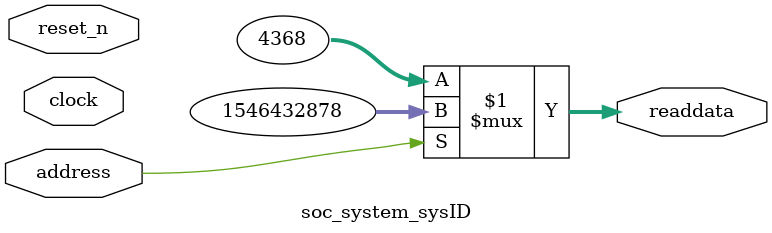
<source format=v>

`timescale 1ns / 1ps
// synthesis translate_on

// turn off superfluous verilog processor warnings 
// altera message_level Level1 
// altera message_off 10034 10035 10036 10037 10230 10240 10030 

module soc_system_sysID (
               // inputs:
                address,
                clock,
                reset_n,

               // outputs:
                readdata
             )
;

  output  [ 31: 0] readdata;
  input            address;
  input            clock;
  input            reset_n;

  wire    [ 31: 0] readdata;
  //control_slave, which is an e_avalon_slave
  assign readdata = address ? 1546432878 : 4368;

endmodule




</source>
